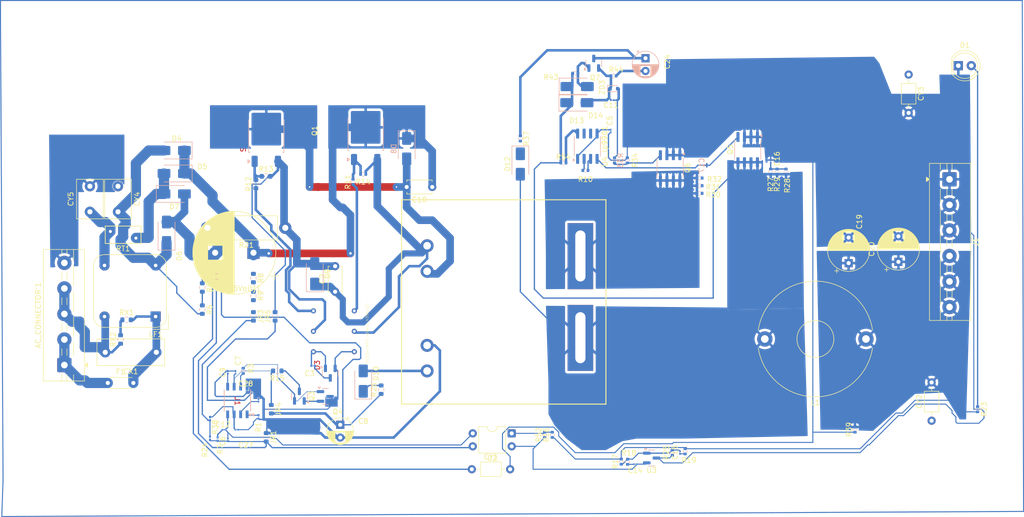
<source format=kicad_pcb>
(kicad_pcb (version 20241229) (generator "pcbnew") (generator_version "9.0")
  (layers (0 "F.Cu" signal) (2 "B.Cu" signal) (13 "F.Paste" user) (15 "B.Paste" user) (5 "F.SilkS" user "F.Silkscreen") (7 "B.SilkS" user "B.Silkscreen") (1 "F.Mask" user) (3 "B.Mask" user) (25 "Edge.Cuts" user))
  (net 0 "")
  (net 1 "GND1")
  (net 2 "/VDC_Recctifier")
  (net 3 "/S_Q1")
  (net 4 "/hf_trans_primary")
  (net 5 "Net-(C3-Pad1)")
  (net 6 "Net-(Q3-E)")
  (net 7 "Net-(U4_lp9901-Vcc)")
  (net 8 "/V-")
  (net 9 "/Control_Supply/FB")
  (net 10 "/Vcc")
  (net 11 "Net-(C8-Pad1)")
  (net 12 "GND2")
  (net 13 "Net-(U1-SS)")
  (net 14 "/S_Q2")
  (net 15 "Net-(ZD3-A)")
  (net 16 "Net-(D13-A)")
  (net 17 "Net-(C12-Pad2)")
  (net 18 "Net-(C14-Pad1)")
  (net 19 "Net-(U3-Cathode)")
  (net 20 "Net-(U3-REF)")
  (net 21 "Net-(C15-Pad2)")
  (net 22 "Net-(C16-Pad2)")
  (net 23 "Net-(C17-Pad2)")
  (net 24 "/V+")
  (net 25 "Net-(Q7-C)")
  (net 26 "/Control_Supply/BO")
  (net 27 "Net-(U1-CS)")
  (net 28 "/AC FILTER AND PROTECTION/N")
  (net 29 "EARTH")
  (net 30 "/rectifier_LegA")
  (net 31 "GND")
  (net 32 "/AC FILTER AND PROTECTION/l_after_fuse")
  (net 33 "Net-(D1-A)")
  (net 34 "/rectifier_LegB")
  (net 35 "Net-(D10-K)")
  (net 36 "/Control_Power_L")
  (net 37 "Net-(D12-K)")
  (net 38 "/BuckConverter/s1")
  (net 39 "Net-(D14-A)")
  (net 40 "/AC FILTER AND PROTECTION/L")
  (net 41 "Net-(JR3-Pad2)")
  (net 42 "Net-(JR3-Pad1)")
  (net 43 "Net-(Q1-G)")
  (net 44 "Net-(Q2-G)")
  (net 45 "Net-(Q3-B)")
  (net 46 "Net-(Q3-C)")
  (net 47 "Net-(U1-RT)")
  (net 48 "/Control_Supply/drive")
  (net 49 "Net-(R4-Pad1)")
  (net 50 "Net-(R5-Pad1)")
  (net 51 "Net-(R8-Pad1)")
  (net 52 "Net-(U4_lp9901-T)")
  (net 53 "/drive_q1")
  (net 54 "/drive_q2")
  (net 55 "Net-(R16-Pad1)")
  (net 56 "/BuckConverter/s2")
  (net 57 "/BuckConverter/drive_signal_2")
  (net 58 "Net-(U4_lp9901-D)")
  (net 59 "Net-(RX1-Pad2)")
  (net 60 "/BuckConverter/drive_signal")
  (net 63 "/AC FILTER AND PROTECTION/N_after_choke")
  (net 64 "EARTH2")
  (net 65 "EARTH3")
  (footprint "Resistor_THT:R_Axial_DIN0414_L11.9mm_D4.5mm_P15.24mm_Horizontal" (layer "F.Cu") (at 105.49 91.5 180)
    (property "Reference" "R21")
    (property "Value" "1OHM")
  )
  (footprint "LED_THT:LED_D5.0mm" (layer "F.Cu") (at 237.225 59.75)
    (property "Reference" "D1")
    (property "Value" "LED")
  )
  (footprint "Capacitor_THT:C_Disc_D7.5mm_W5.0mm_P5.00mm" (layer "F.Cu") (at 67.25 88.3575 90)
    (property "Reference" "CY5")
    (property "Value" "222M")
  )
  (footprint "Capacitor_THT:C_Disc_D4.7mm_W2.5mm_P5.00mm" (layer "F.Cu") (at 115.25 104 90)
    (property "Reference" "C2")
    (property "Value" "C")
  )
  (footprint "Capacitor_THT:C_Axial_L3.8mm_D2.6mm_P7.50mm_Horizontal" (layer "F.Cu") (at 142 138.75)
    (property "Reference" "CY1")
    (property "Value" "222M")
  )
  (footprint "Capacitor_THT:C_Disc_D7.5mm_W5.0mm_P5.00mm" (layer "F.Cu") (at 72.75 83.3575 -90)
    (property "Reference" "CY4")
    (property "Value" "222M")
  )
  (footprint "Capacitor_THT:CP_Radial_D5.0mm_P2.50mm" (layer "F.Cu") (at 116.25 130.044888 -90)
    (property "Reference" "C8")
    (property "Value" "100U")
  )
  (footprint "Package_DIP:DIP-4_W7.62mm" (layer "F.Cu") (at 149.805 134.275 180)
    (property "Reference" "U2")
    (property "Value" "EL817")
  )
  (footprint "Varistor:RV_Disc_D7mm_W3.4mm_P5mm" (layer "F.Cu") (at 71.25 92.2075)
    (property "Reference" "RT1")
    (property "Value" "NTC5D")
  )
  (footprint "Capacitor_THT:C_Axial_L3.8mm_D2.6mm_P7.50mm_Horizontal" (layer "F.Cu") (at 232 129.25 90)
    (property "Reference" "CY2")
    (property "Value" "103(2kv)")
  )
  (footprint "Capacitor_THT:CP_Radial_D16.0mm_P7.50mm" (layer "F.Cu") (at 99.262755 96.3675 180)
    (property "Reference" "C1(305Volt)1")
    (property "Value" "120uf")
  )
  (footprint "Inductor_THT:L_Toroid_Horizontal_D22.4mm_P19.80mm_Vishay_TJ4" (layer "F.Cu") (at 219.15 113.25 180)
    (property "Reference" "L1")
    (property "Value" "L")
  )
  (footprint "Capacitor_THT:C_Disc_D4.3mm_W1.9mm_P5.00mm" (layer "F.Cu") (at 70.75 121.8575)
    (property "Reference" "F1")
    (property "Value" "T5A250")
  )
  (footprint "ic:HF_Transformer" (layer "F.Cu") (at 148.25 106 -90)
    (property "Reference" "T2" (hide yes))
    (property "Value" "HF_Transformer")
  )
  (footprint "Capacitor_THT:C_Axial_L3.8mm_D2.6mm_P7.50mm_Horizontal" (layer "F.Cu") (at 227.5 61.5 -90)
    (property "Reference" "CY3")
    (property "Value" "103(2kv)")
  )
  (footprint "TerminalBlock:TerminalBlock_MaiXu_MX126-5.0-05P_1x05_P5.00mm" (layer "F.Cu") (at 62.25 118.3575 90)
    (property "Reference" "AC_CONNECTOR'1")
    (property "Value" "Conn_01x05")
  )
  (footprint "TerminalBlock:TerminalBlock_MaiXu_MX126-5.0-06P_1x06_P5.00mm" (layer "F.Cu") (at 235.5 82 -90)
    (property "Reference" "J1")
    (property "Value" "Conn_01x06")
  )
  (footprint "Capacitor_THT:CP_Radial_D8.0mm_P5.00mm" (layer "F.Cu") (at 215.75 98.402651 90)
    (property "Reference" "C19")
    (property "Value" "3300uf")
  )
  (footprint "Capacitor_THT:CP_Radial_D8.0mm_P5.00mm" (layer "F.Cu") (at 225.5 98.152651 90)
    (property "Reference" "C20")
    (property "Value" "3300uf")
  )
  (footprint "Capacitor_THT:C_Disc_D4.7mm_W2.5mm_P5.00mm" (layer "F.Cu") (at 134.25 83.5 180)
    (property "Reference" "C10")
    (property "Value" "C")
  )
  (footprint "Capacitor_THT:C_Rect_L13.0mm_W5.0mm_P10.00mm_FKS3_FKP3_MKS4" (layer "F.Cu") (at 80.25 115.8575 180)
    (property "Reference" "CX1")
    (property "Value" "0.68u")
  )
  (footprint "Inductor_THT:Choke_Schaffner_RN102-04-14.0x14.0mm" (layer "F.Cu") (at 80.1075 108.8575 180)
    (property "Reference" "LF1")
    (property "Value" "Choke_Schaffner_RN102-0.3-02-12M")
  )
  (footprint "Resistor_SMD:R_0603_1608Metric" (layer "B.Cu") (at 89.25 103.175 90)
    (property "Reference" "R5")
    (property "Value" "563")
  )
  (footprint "Capacitor_SMD:C_01005_0402Metric" (layer "B.Cu") (at 169.4625 66.5)
    (property "Reference" "C11")
    (property "Value" "C")
  )
  (footprint "Resistor_SMD:R_0402_1005Metric" (layer "B.Cu") (at 183.75 135.24 -90)
    (property "Reference" "R19")
    (property "Value" "01B(10)")
  )
  (footprint "Resistor_SMD:R_0402_1005Metric" (layer "B.Cu") (at 241 127 -90)
    (property "Reference" "R23")
    (property "Value" "1001")
  )
  (footprint "Resistor_SMD:R_0603_1608Metric" (layer "B.Cu") (at 99.25 101.325 90)
    (property "Reference" "R8")
    (property "Value" "105(1M)")
  )
  (footprint "Diode_SMD:D_SMA" (layer "B.Cu") (at 111.25 100.5 90)
    (property "Reference" "D9")
    (property "Value" "ES1J")
  )
  (footprint "Resistor_SMD:R_0402_1005Metric" (layer "B.Cu") (at 156.25 132.01 -90)
    (property "Reference" "R52")
    (property "Value" "01B(10)")
  )
  (footprint "Resistor_SMD:R_0603_1608Metric" (layer "B.Cu") (at 89.25 107.5 90)
    (property "Reference" "R6")
    (property "Value" "563")
  )
  (footprint "Resistor_SMD:R_0402_1005Metric" (layer "B.Cu") (at 120.74 81 180)
    (property "Reference" "R14")
    (property "Value" "1002")
  )
  (footprint "Resistor_SMD:R_0402_1005Metric" (layer "B.Cu") (at 159.925 78.775 180)
    (property "Reference" "R54")
    (property "Value" "100")
  )
  (footprint "Resistor_SMD:R_0402_1005Metric" (layer "B.Cu") (at 169.74 61.75)
    (property "Reference" "R44")
    (property "Value" "3001")
  )
  (footprint "ic:BSC022N03S" (layer "B.Cu") (at 196 76.18 90)
    (property "Reference" "Q5")
    (property "Value" "~")
  )
  (footprint "Resistor_SMD:R_0201_0603Metric" (layer "B.Cu") (at 90.75 132.68 90)
    (property "Reference" "R24")
    (property "Value" "123(12k)")
  )
  (footprint "Capacitor_SMD:C_01005_0402Metric" (layer "B.Cu") (at 94.25 119.775 -90)
    (property "Reference" "C9")
    (property "Value" "C")
  )
  (footprint "Resistor_SMD:R_0402_1005Metric" (layer "B.Cu") (at 172.5 137.28 90)
    (property "Reference" "R18")
    (property "Value" "432(4.3k)")
  )
  (footprint "NCP1252_footprints:SOIC8_ONS" (layer "B.Cu") (at 96.115 125.2949 90)
    (property "Reference" "U1")
    (property "Value" "NCP1252ADR2G(SC3152)")
  )
  (footprint "ic:EA1_az431" (layer "B.Cu") (at 177.1875 136.55)
    (property "Reference" "U3")
    (property "Value" "AZ431AN-ATRE1")
  )
  (footprint "Diode_SMD:D_SMA" (layer "B.Cu") (at 83.75 76.3575 180)
    (property "Reference" "D4")
    (property "Value" "S2MA")
  )
  (footprint "Capacitor_SMD:C_01005_0402Metric" (layer "B.Cu") (at 182.75 135.475 -90)
    (property "Reference" "C15")
    (property "Value" "C")
  )
  (footprint "Resistor_SMD:R_0402_1005Metric" (layer "B.Cu") (at 181.25 135.49 -90)
    (property "Reference" "R25")
    (property "Value" "302(3k)")
  )
  (footprint "Resistor_SMD:R_0402_1005Metric" (layer "B.Cu") (at 201.75 80.49 90)
    (property "Reference" "R29")
    (property "Value" "100")
  )
  (footprint "Resistor_SMD:R_0603_1608Metric" (layer "B.Cu") (at 101.715 81.415 180)
    (property "Reference" "R13")
    (property "Value" "1002")
  )
  (footprint "Resistor_SMD:R_0402_1005Metric" (layer "B.Cu") (at 162.26 61.25 180)
    (property "Reference" "R43")
    (property "Value" "3001")
  )
  (footprint "Capacitor_SMD:C_01005_0402Metric" (layer "B.Cu") (at 95.75 119.775 -90)
    (property "Reference" "C7")
    (property "Value" "C")
  )
  (footprint "ic:BSC022N03S" (layer "B.Cu") (at 180.82 79.75 90)
    (property "Reference" "Q6")
    (property "Value" "~")
  )
  (footprint "Capacitor_SMD:C_01005_0402Metric" (layer "B.Cu") (at 200.5 78.475 -90)
    (property "Reference" "C16")
    (property "Value" "C")
  )
  (footprint "Capacitor_SMD:C_01005_0402Metric" (layer "B.Cu") (at 96 131)
    (property "Reference" "C27")
    (property "Value" "C")
  )
  (footprint "Resistor_SMD:R_0603_1608Metric" (layer "B.Cu") (at 102.75 127 90)
    (property "Reference" "JR4")
    (property "Value" "0")
  )
  (footprint "Diode_SMD:D_SMA" (layer "B.Cu") (at 129.25 76 -90)
    (property "Reference" "D8")
    (property "Value" "ES1J")
  )
  (footprint "Resistor_SMD:R_0603_1608Metric" (layer "B.Cu") (at 92.075 101)
    (property "Reference" "R4")
    (property "Value" "563(56k)")
  )
  (footprint "Capacitor_SMD:C_01005_0402Metric" (layer "B.Cu") (at 94.25 133 -90)
    (property "Reference" "C6")
    (property "Value" "C")
  )
  (footprint "Resistor_SMD:R_0402_1005Metric" (layer "B.Cu") (at 200.5 80.49 90)
    (property "Reference" "R27")
    (property "Value" "100")
  )
  (footprint "Package_TO_SOT_SMD:TO-252-2" (layer "B.Cu") (at 121.225 73.085 90)
    (property "Reference" "Q1")
    (property "Value" "SLD840F")
  )
  (footprint "Capacitor_SMD:C_01005_0402Metric" (layer "B.Cu") (at 100.25 125.25 -90)
    (property "Reference" "C28")
    (property "Value" "C")
  )
  (footprint "Resistor_SMD:R_0402_1005Metric" (layer "B.Cu") (at 186.57 81.75)
    (property "Reference" "R32")
    (property "Value" "100")
  )
  (footprint "Diode_SMD:D_SMA" (layer "B.Cu") (at 82.25 92.3575 90)
    (property "Reference" "D6")
    (property "Value" "S2MA")
  )
  (footprint "Resistor_SMD:R_0603_1608Metric" (layer "B.Cu") (at 101.75 132.5 90)
    (property "Reference" "JR1")
    (property "Value" "0")
  )
  (footprint "Package_TO_SOT_SMD:TO-252-2" (layer "B.Cu") (at 101.775 73.435 90)
    (property "Reference" "Q2")
    (property "Value" "SLD840F")
  )
  (footprint "Resistor_SMD:R_0402_1005Metric" (layer "B.Cu") (at 157.75 132.01 -90)
    (property "Reference" "R16")
    (property "Value" "321(320)")
  )
  (footprint "Resistor_SMD:R_0603_1608Metric" (layer "B.Cu") (at 74.425 109.5 180)
    (property "Reference" "RX1")
    (property "Value" "105(1Meg)")
  )
  (footprint "Resistor_SMD:R_0402_1005Metric" (layer "B.Cu") (at 186.57 83.25)
    (property "Reference" "R31")
    (property "Value" "100")
  )
  (footprint "Diode_SMD:D_SMA" (layer "B.Cu") (at 120.75 121.5 90)
    (property "Reference" "D10")
    (property "Value" "ES1J")
  )
  (footprint "Capacitor_SMD:C_0201_0603Metric" (layer "B.Cu") (at 110.93 118.5)
    (property "Reference" "C3")
    (property "Value" "C")
  )
  (footprint "Resistor_SMD:R_0402_1005Metric" (layer "B.Cu") (at 151.5 74 90)
    (property "Reference" "R37")
    (property "Value" "4R70")
  )
  (footprint "Resistor_SMD:R_0201_0603Metric" (layer "B.Cu") (at 92.25 132.845 -90)
    (property "Reference" "R7")
    (property "Value" "123")
  )
  (footprint "ic:lp9901" (layer "B.Cu") (at 164.615 75.525 90)
    (property "Reference" "U4_lp9901")
    (property "Value" "~")
  )
  (footprint "Resistor_SMD:R_0603_1608Metric" (layer "B.Cu") (at 124.25 123.175 -90)
    (property "Reference" "R26")
    (property "Value" "4R70")
  )
  (footprint "Transformer_SMD:Pulse_PA2004NL" (layer "B.Cu") (at 115 112.75)
    (property "Reference" "T2(32turnsPri_43sec1_43Sec2)1")
    (property "Value" "PA2009NL(32turnsPri_43sec1_43Sec2)")
  )
  (footprint "Resistor_SMD:R_0603_1608Metric" (layer "B.Cu") (at 99.25 108.825 90)
    (property "Reference" "JR3")
    (property "Value" "0")
  )
  (footprint "Resistor_SMD:R_0402_1005Metric" (layer "B.Cu") (at 186.57 84.75)
    (property "Reference" "R30")
    (property "Value" "100")
  )
  (footprint "Resistor_SMD:R_0603_1608Metric" (layer "B.Cu") (at 103.925 119.5)
    (property "Reference" "R15")
    (property "Value" "4R70")
  )
  (footprint "Resistor_SMD:R_0402_1005Metric" (layer "B.Cu") (at 97.25 119.49 -90)
    (property "Reference" "R3")
    (property "Value" "101")
  )
  (footprint "Resistor_SMD:R_0201_0603Metric" (layer "B.Cu") (at 90.75 128.845 -90)
    (property "Reference" "R38")
    (property "Value" "104(100k)")
  )
  (footprint "Capacitor_SMD:C_01005_0402Metric" (layer "B.Cu") (at 169.185 72.55 90)
    (property "Reference" "C5")
    (property "Value" "C")
  )
  (footprint "Resistor_SMD:R_0201_0603Metric" (layer "B.Cu") (at 100.25 128.5 -90)
    (property "Reference" "R1")
    (property "Value" "473")
  )
  (footprint "Resistor_SMD:R_0402_1005Metric" (layer "B.Cu") (at 164.24 80.25)
    (property "Reference" "R10")
    (property "Value" "30C")
  )
  (footprint "Resistor_SMD:R_0603_1608Metric" (layer "B.Cu") (at 103.5 108.825 -90)
    (property "Reference" "JR5")
    (property "Value" "3601")
  )
  (footprint "Diode_SMD:D_SMA" (layer "B.Cu") (at 162.5625 67)
    (property "Reference" "D13")
    (property "Value" "T4")
  )
  (footprint "Resistor_SMD:R_0402_1005Metric" (layer "B.Cu") (at 169.935 78.285 90)
    (property "Reference" "R33")
    (property "Value" "4R70")
  )
  (footprint "Capacitor_THT:CP_Radial_D5.0mm_P2.50mm" (layer "B.Cu") (at 176 58.294888 -90)
    (property "Reference" "C24")
    (property "Value" "47uf")
  )
  (footprint "Package_TO_SOT_SMD:SOT-23" (layer "B.Cu") (at 114.3 119.9375 -90)
    (property "Reference" "D3")
    (property "Value" "(KL3)BAT54C")
  )
  (footprint "Capacitor_SMD:C_01005_0402Metric" (layer "B.Cu") (at 93.5 131 180)
    (property "Reference" "C12")
    (property "Value" "C")
  )
  (footprint "Diode_SMD:D_SOD-523" (layer "B.Cu") (at 169.8125 64.25)
    (property "Reference" "ZD3")
    (property "Value" "W4")
  )
  (footprint "Diode_SMD:D_SMA" (layer "B.Cu") (at 151.5 79 -90)
    (property "Reference" "D12")
    (property "Value" "ES1J")
  )
  (footprint "Capacitor_SMD:C_01005_0402Metric" (layer "B.Cu") (at 173.975 137.75)
    (property "Reference" "C14")
    (property "Value" "C")
  )
  (footprint "Resistor_SMD:R_0603_1608Metric" (layer "B.Cu") (at 73.25 113.3475 -90)
    (property "Reference" "RX2")
    (property "Value" "105")
  )
  (footprint "Resistor_SMD:R_0402_1005Metric" (layer "B.Cu") (at 171.25 137.26 -90)
    (property "Reference" "R17")
    (property "Value" "302(3k)")
  )
  (footprint "Resistor_SMD:R_0603_1608Metric" (layer "B.Cu") (at 99.725 82.925 -90)
    (property "Reference" "R12")
    (property "Value" "510")
  )
  (footprint "Package_TO_SOT_SMD:SOT-23" (layer "B.Cu") (at 113.3125 124.5)
    (property "Reference" "Q4")
    (property "Value" "2T")
  )
  (footprint "Diode_SMD:D_SMA" (layer "B.Cu") (at 83.75 84.8575)
    (property "Reference" "D7")
    (property "Value" "S2MA")
  )
  (footprint "Capacitor_SMD:C_01005_0402Metric" (layer "B.Cu") (at 188 79.25 -90)
    (property "Reference" "C17")
    (property "Value" "C")
  )
  (footprint "Resistor_SMD:R_0603_1608Metric" (layer "B.Cu") (at 99.25 104.825 90)
    (property "Reference" "R9")
    (property "Value" "105(1M)")
  )
  (footprint "Diode_SMD:D_SMA" (layer "B.Cu") (at 83.75 80.8575 180)
    (property "Reference" "D5")
    (property "Value" "S2MA")
  )
  (footprint "Resistor_SMD:R_0402_1005Metric" (layer "B.Cu") (at 217 130.99 -90)
    (property "Reference" "R39")
    (property "Value" "121")
  )
  (footprint "Package_TO_SOT_SMD:SOT-23" (layer "B.Cu") (at 165.865 59.2825 90)
    (property "Reference" "Q7")
    (property "Value" "2X")
  )
  (footprint "Resistor_SMD:R_0402_1005Metric" (layer "B.Cu") (at 118.75 82.51 90)
    (property "Reference" "R11")
    (property "Value" "510")
  )
  (footprint "Diode_SMD:D_SMA" (layer "B.Cu") (at 162.615 63.845)
    (property "Reference" "D14")
    (property "Value" "T4")
  )
  (footprint "Resistor_SMD:R_0402_1005Metric" (layer "B.Cu") (at 172.435 78.285 -90)
    (property "Reference" "R34")
    (property "Value" "01C")
  )
  (footprint "Package_TO_SOT_SMD:SOT-23" (layer "B.Cu") (at 108.25 124.4375 90)
    (property "Reference" "Q3")
    (property "Value" "2X")
  )
  (footprint "Resistor_SMD:R_0402_1005Metric" (layer "B.Cu") (at 203.5 80.49 90)
    (property "Reference" "R28")
    (property "Value" "100")
  )
  (gr_line (start 49.75 47) (end 49.75 51.5) (stroke (width 0.2)) (layer "B.Cu"))
  (gr_line (start 250 147) (end 249.75 47) (stroke (width 0.2)) (layer "B.Cu"))
  (gr_line (start 249.75 47) (end 49.75 47) (stroke (width 0.2)) (layer "B.Cu"))
  (gr_line (start 49.75 51.5) (end 50.25 140.75) (stroke (width 0.2)) (layer "B.Cu"))
  (gr_line (start 50.25 140.75) (end 50 148) (stroke (width 0.2)) (layer "B.Cu"))
  (gr_line (start 50 148) (end 250 147) (stroke (width 0.2)) (layer "B.Cu"))
  (segment (start 142 138.75) (end 94.5 138.75) (width 0.25) (layer "B.Cu") (net 1))
  (segment (start 85.75 84.8575) (end 85.75 88.3575) (width 1.5) (layer "B.Cu") (net 1))
  (segment (start 94.5 133.25) (end 94.575 133.325) (width 0.2) (layer "B.Cu") (net 1))
  (segment (start 87.25 96.8575) (end 91.762755 96.8575) (width 2) (layer "B.Cu") (net 1))
  (segment (start 92.25 93.5975) (end 92.25 96.370255) (width 2) (layer "B.Cu") (net 1))
  (segment (start 94.575 133.325) (end 101.75 133.325) (width 0.2) (layer "B.Cu") (net 1))
  (segment (start 82.25 90.3575) (end 83.75 90.3575) (width 2) (layer "B.Cu") (net 1))
  (segment (start 83.75 90.3575) (end 86.75 93.3575) (width 2) (layer "B.Cu") (net 1))
  (segment (start 92 102.75) (end 92 96.604745) (width 0.25) (layer "B.Cu") (net 1))
  (segment (start 92.335 133.25) (end 92.25 133.165) (width 0.2) (layer "B.Cu") (net 1))
  (segment (start 86.75 93.3575) (end 86.75 96.3575) (width 2) (layer "B.Cu") (net 1))
  (segment (start 94.25 133.25) (end 94.5 133.25) (width 0.2) (layer "B.Cu") (net 1))
  (segment (start 90.01 91.3575) (end 92.25 93.5975) (width 2) (layer "B.Cu") (net 1))
  (segment (start 88.5 117.5) (end 92 114) (width 0.25) (layer "B.Cu") (net 1))
  (segment (start 92 114) (end 92 102.75) (width 0.25) (layer "B.Cu") (net 1))
  (segment (start 91.25 103.5) (end 92 102.75) (width 0.25) (layer "B.Cu") (net 1))
  (segment (start 85.75 88.3575) (end 83.75 90.3575) (width 1.5) (layer "B.Cu") (net 1))
  (segment (start 101.75 134.25) (end 101.5 134.5) (width 0.25) (layer "B.Cu") (net 1))
  (segment (start 91.25 134.5) (end 88.5 131.75) (width 0.25) (layer "B.Cu") (net 1))
  (segment (start 101.5 134.5) (end 91.25 134.5) (width 0.25) (layer "B.Cu") (net 1))
  (segment (start 90.915 133.165) (end 92.25 133.165) (width 0.2) (layer "B.Cu") (net 1))
  (segment (start 88.5 131.75) (end 88.5 117.5) (width 0.25) (layer "B.Cu") (net 1))
  (segment (start 101.75 133.325) (end 101.75 134.25) (width 0.25) (layer "B.Cu") (net 1))
  (segment (start 102.94 134.515) (end 101.75 133.325) (width 0.25) (layer "B.Cu") (net 1))
  (segment (start 91.25 113.25) (end 91.25 103.5) (width 0.25) (layer "B.Cu") (net 1))
  (segment (start 94.25 133.25) (end 92.335 133.25) (width 0.2) (layer "B.Cu") (net 1))
  (segment (start 92.25 96.370255) (end 91.762755 96.8575) (width 2) (layer "B.Cu") (net 1))
  (segment (start 94.5 138.75) (end 87.5 131.75) (width 0.25) (layer "B.Cu") (net 1))
  (segment (start 87.5 131.75) (end 87.5 117) (width 0.25) (layer "B.Cu") (net 1))
  (segment (start 87.5 117) (end 91.25 113.25) (width 0.25) (layer "B.Cu") (net 1))
  (segment (start 141.935 134.515) (end 102.94 134.515) (width 0.25) (layer "B.Cu") (net 1))
  (segment (start 86.75 96.3575) (end 87.25 96.8575) (width 2) (layer "B.Cu") (net 1))
  (segment (start 90.75 133) (end 90.915 133.165) (width 0.2) (layer "B.Cu") (net 1))
  (segment (start 92 96.604745) (end 91.762755 96.3675) (width 0.25) (layer "B.Cu") (net 1))
  (segment (start 114.75 96.5) (end 118.25 96.5) (width 1.5) (layer "F.Cu") (net 2))
  (segment (start 102.25 96.5) (end 114.75 96.5) (width 1.5) (layer "F.Cu") (net 2))
  (via (at 102.25 96.5) (size 1) (drill 0.5) (layers "F.Cu" "B.Cu") (net 2))
  (via (at 118.25 96.5) (size 1) (drill 0.5) (layers "F.Cu" "B.Cu") (net 2))
  (segment (start 91.25 85.1075) (end 91.25 86.3575) (width 2) (layer "B.Cu") (net 2))
  (segment (start 114.75 86) (end 114.75 74) (width 1.5) (layer "B.Cu") (net 2))
  (segment (start 134.25 76.5) (end 132.25 74.5) (width 1.5) (layer "B.Cu") (net 2))
  (segment (start 116.75 87.5) (end 116.25 87.5) (width 1.5) (layer "B.Cu") (net 2))
  (segment (start 132.25 74.5) (end 131.75 74.5) (width 1.5) (layer "B.Cu") (net 2))
  (segment (start 116.925 71.825) (end 121.225 71.825) (width 1.5) (layer "B.Cu") (net 2))
  (segment (start 118.25 89) (end 116.75 87.5) (width 1.5) (layer "B.Cu") (net 2))
  (segment (start 99.262755 94.370255) (end 99.262755 96.8575) (width 2) (layer "B.Cu") (net 2))
  (segment (start 131.25 74) (end 129.25 74) (width 1.5) (layer "B.Cu") (net 2))
  (segment (start 134.25 83.5) (end 134.25 76.5) (width 1.5) (layer "B.Cu") (net 2))
  (segment (start 87 80.8575) (end 91.25 85.1075) (width 2) (layer "B.Cu") (net 2))
  (segment (start 114.75 74) (end 116.925 71.825) (width 1.5) (layer "B.Cu") (net 2))
  (segment (start 85.75 76.3575) (end 85.75 80.8575) (width 2) (layer "B.Cu") (net 2))
  (segment (start 118.25 96.5) (end 118.25 89) (width 1.5) (layer "B.Cu") (net 2))
  (segment (start 102.1175 96.3675) (end 102.25 96.5) (width 1.5) (layer "B.Cu") (net 2))
  (segment (start 99.262755 96.3675) (end 102.1175 96.3675) (width 1.5) (layer "B.Cu") (net 2))
  (segment (start 91.25 86.3575) (end 99.262755 94.370255) (width 2) (layer "B.Cu") (net 2))
  (segment (start 131.75 74.5) (end 131.25 74) (width 1.5) (layer "B.Cu") (net 2))
  (segment (start 116.25 87.5) (end 114.75 86) (width 1.5) (layer "B.Cu") (net 2))
  (segment (start 85.75 80.8575) (end 87 80.8575) (width 2) (layer "B.Cu") (net 2))
  (segment (start 123.505 78.125) (end 123.505 87.255) (width 1.5) (layer "B.Cu") (net 3))
  (segment (start 129.75 99) (end 131.75 99) (width 0.5) (layer "B.Cu") (net 3))
  (segment (start 127.75 101) (end 129.75 99) (width 0.5) (layer "B.Cu") (net 3))
  (segment (start 120.75 110) (end 125.75 105) (width 1.2) (layer "B.Cu") (net 3))
  (segment (start 131.75 95.5) (end 133.25 95.5) (width 1.5) (layer "B.Cu") (net 3))
  (segment (start 128.75 96.5) (end 132.25 96.5) (width 1.2) (layer "B.Cu") (net 3))
  (segment (start 114.25 103) (end 111.75 103) (width 1.5) (layer "B.Cu") (net 3))
  (segment (start 116.75 105.5) (end 116.75 109) (width 1.2) (layer "B.Cu") (net 3))
  (segment (start 121.25 81) (end 121.25 80.38) (width 0.5) (layer "B.Cu") (net 3))
  (segment (start 127.75 107) (end 127.75 105.5) (width 0.5) (layer "B.Cu") (net 3))
  (segment (start 131.75 99) (end 133.25 97.5) (width 0.5) (layer "B.Cu") (net 3))
  (segment (start 123.505 87.255) (end 131.75 95.5) (width 1.5) (layer "B.Cu") (net 3))
  (segment (start 125.75 105) (end 125.75 99.5) (width 1.2) (layer "B.Cu") (net 3))
  (segment (start 115.25 104) (end 116.75 105.5) (width 1.2) (layer "B.Cu") (net 3))
  (segment (start 125.75 99.5) (end 128.75 96.5) (width 1.2) (layer "B.Cu") (net 3))
  (segment (start 133.25 97.5) (end 133.25 95.5) (width 0.5) (layer "B.Cu") (net 3))
  (segment (start 132.25 96.5) (end 133.25 95.5) (width 1.2) (layer "B.Cu") (net 3))
  (segment (start 127.75 105.5) (end 127.75 101) (width 0.5) (layer "B.Cu") (net 3))
  (segment (start 122.75 112) (end 127.75 107) (width 0.5) (layer "B.Cu") (net 3))
  (segment (start 121.25 80.38) (end 123.505 78.125) (width 0.5) (layer "B.Cu") (net 3))
  (segment (start 116.75 109) (end 117.75 110) (width 1.2) (layer "B.Cu") (net 3))
  (segment (start 111.75 103) (end 111.25 102.5) (width 1.5) (layer "B.Cu") (net 3))
  (segment (start 115.25 104) (end 114.25 103) (width 1.5) (layer "B.Cu") (net 3))
  (segment (start 117.75 110) (end 120.75 110) (width 1.2) (layer "B.Cu") (net 3))
  (segment (start 119.25 112) (end 122.75 112) (width 0.5) (layer "B.Cu") (net 3))
  (segment (start 127.25 83.5) (end 111.75 83.5) (width 1.5) (layer "F.Cu") (net 4))
  (segment (start 112 83.5) (end 110.25 83.5) (width 1.5) (layer "F.Cu") (net 4))
  (segment (start 111.75 83.5) (end 112 83.5) (width 1.5) (layer "F.Cu") (net 4))
  (via (at 127.25 83.5) (size 0.6) (drill 0.3) (layers "F.Cu" "B.Cu") (net 4))
  (via (at 110.25 83.5) (size 0.6) (drill 0.3) (layers "F.Cu" "B.Cu") (net 4))
  (segment (start 106.425 72.175) (end 101.775 72.175) (width 1.5) (layer "B.Cu") (net 4))
  (segment (start 129.25 83.5) (end 129.25 79.5) (width 1.5) (layer "B.Cu") (net 4))
  (segment (start 137.75 93.5) (end 134.25 90) (width 1.5) (layer "B.Cu") (net 4))
  (segment (start 134.25 90) (end 131.75 90) (width 1.5) (layer "B.Cu") (net 4))
  (segment (start 110.25 83.5) (end 110.25 76) (width 1.5) (layer "B.Cu") (net 4))
  (segment (start 129.25 83.5) (end 127.25 83.5) (width 1.5) (layer "B.Cu") (net 4))
  (segment (start 110.25 76) (end 106.425 72.175) (width 1.5) (layer "B.Cu") (net 4))
  (segment (start 133.25 100.5) (end 135.25 100.5) (width 1.5) (layer "B.Cu") (net 4))
  (segment (start 135.25 100.5) (end 137.75 98) (width 1.5) (layer "B.Cu") (net 4))
  (segment (start 129.25 86) (end 129.25 83.5) (width 1.5) (layer "B.Cu") (net 4))
  (segment (start 131.75 90) (end 129.25 87.5) (width 1.5) (layer "B.Cu") (net 4))
  (segment (start 137.75 98) (end 137.75 93.5) (width 1.5) (layer "B.Cu") (net 4))
  (segment (start 129.25 87.5) (end 129.25 86) (width 1.5) (layer "B.Cu") (net 4))
  (segment (start 112.5 115.75) (end 111 115.75) (width 0.25) (layer "B.Cu") (net 5))
  (segment (start 113.35 116.6) (end 112.5 115.75) (width 0.25) (layer "B.Cu") (net 5))
  (segment (start 111 115.75) (end 110.61 116.14) (width 0.25) (layer "B.Cu") (net 5))
  (segment (start 113.35 119) (end 113.35 116.6) (width 0.25) (layer "B.Cu") (net 5))
  (segment (start 110.61 116.14) (end 110.61 118.5) (width 0.25) (layer "B.Cu") (net 5))
  (segment (start 111.25 119) (end 113.125 120.875) (width 0.25) (layer "B.Cu") (net 6))
  (segment (start 113.125 120.875) (end 114.3 120.875) (width 0.25) (layer "B.Cu") (net 6))
  (segment (start 111.25 118.5) (end 111.25 119) (width 0.25) (layer "B.Cu") (net 6))
  (segment (start 109.275 125.45) (end 109.2 125.375) (width 0.25) (layer "B.Cu") (net 6))
  (segment (start 112.375 125.45) (end 109.275 125.45) (width 0.25) (layer "B.Cu") (net 6))
  (segment (start 162.71 77.445451) (end 166.52 73.635451) (width 0.25) (layer "B.Cu") (net 7))
  (segment (start 167.27 72.3) (end 169.185 72.3) (width 0.25) (layer "B.Cu") (net 7))
  (segment (start 166.52 73.05) (end 167.27 72.3) (width 0.25) (layer "B.Cu") (net 7))
  (segment (start 166.52 73.635451) (end 166.52 73.05) (width 0.25) (layer "B.Cu") (net 7))
  (segment (start 162.71 78) (end 162.71 77.445451) (width 0.25) (layer "B.Cu") (net 7))
  (segment (start 234.75 126) (end 236 127.25) (width 0.2) (layer "B.Cu") (net 8))
  (segment (start 158 130.5) (end 149.285262 130.5) (width 0.2) (layer "B.Cu") (net 8))
  (segment (start 219.5 134) (end 219.75 134) (width 0.2) (layer "B.Cu") (net 8))
  (segment (start 176 60.794888) (end 171.205112 60.794888) (width 0.5) (layer "B.Cu") (net 8))
  (segment (start 228.75 126) (end 234.75 126) (width 0.2) (layer "B.Cu") (net 8))
  (segment (start 225.5 128.25) (end 226.5 128.25) (width 0.2) (layer "B.Cu") (net 8))
  (segment (start 181.25 136) (end 181.471 136.221) (width 0.2) (layer "B.Cu") (net 8))
  (segment (start 178.55 136.55) (end 179.5 137.5) (width 0.2) (layer "B.Cu") (net 8))
  (segment (start 162.25 135.5) (end 159 132.25) (width 0.2) (layer "B.Cu") (net 8))
  (segment (start 172.435 77.775) (end 172.435 75.815) (width 0.2) (layer "B.Cu") (net 8))
  (segment (start 217 131.5) (end 208.75 131.5) (width 0.2) (layer "B.Cu") (net 8))
  (segment (start 159 132.25) (end 159 131.5) (width 0.2) (layer "B.Cu") (net 8))
  (segment (start 164.75 80.25) (end 164.75 78.5) (width 0.25) (layer "B.Cu") (net 8))
  (segment (start 237.225 59.75) (end 237.225 62.725) (width 0.5) (layer "B.Cu") (net 8))
  (segment (start 237 129.75) (end 241.25 129.75) (width 0.2) (layer "B.Cu") (net 8))
  (segment (start 171.979 78.271) (end 172.435 77.815) (width 0.25) (layer "B.Cu") (net 8))
  (segment (start 218 135.5) (end 219.5 134) (width 0.2) (layer "B.Cu") (net 8))
  (segment (start 240.25 93) (end 237 89.75) (width 0.2) (layer "B.Cu") (net 8))
  (segment (start 181.25 133.75) (end 171.75 133.75) (width 0.2) (layer "B.Cu") (net 8))
  (segment (start 179.5 137.5) (end 183.25 137.5) (width 0.2) (layer "B.Cu") (net 8))
  (segment (start 242.25 128.75) (end 242.25 127.5) (width 0.2) (layer "B.Cu") (net 8))
  (segment (start 208.75 133.5) (end 181.5 133.5) (width 0.2) (layer "B.Cu") (net 8))
  (segment (start 226.5 128.25) (end 228.75 126) (width 0.2) (layer "B.Cu") (net 8))
  (segment (start 171.75 133.75) (end 170 135.5) (width 0.2) (layer "B.Cu") (net 8))
  (segment (start 236.75 128.5) (end 236.75 129.5) (width 0.2) (layer "B.Cu") (net 8))
  (segment (start 240.25 127) (end 240.25 93) (width 0.2) (layer "B.Cu") (net 8))
  (segment (start 185.25 135.5) (end 218 135.5) (width 0.2) (layer "B.Cu") (net 8))
  (segment (start 168.75 77.75) (end 169.271 78.271) (width 0.25) (layer "B.Cu") (net 8))
  (segment (start 180.7 136.55) (end 181.25 136) (width 0.2) (layer "B.Cu") (net 8))
  (segment (start 148 131.785262) (end 148 134.75) (width 0.2) (layer "B.Cu") (net 8))
  (segment (start 236 127.25) (end 236 127.75) (width 0.2) (layer "B.Cu") (net 8))
  (segment (start 241.75 127) (end 240.25 127) (width 0.2) (layer "B.Cu") (net 8))
  (segment (start 159 131.5) (end 158 130.5) (width 0.2) (layer "B.Cu") (net 8))
  (segment (start 237.225 62.725) (end 237.25 62.75) (width 0.5) (layer "B.Cu") (net 8))
  (segment (start 197.905 73.705) (end 200.955 73.705) (width 0.25) (layer "B.Cu") (net 8))
  (segment (start 170 135.5) (end 162.25 135.5) (width 0.2) (layer "B.Cu") (net 8))
  (segment (start 148 134.75) (end 149.5 136.25) (width 0.2) (layer "B.Cu") (net 8))
  (segment (start 172.435 75.815) (end 172.75 75.5) (width 0.2) (layer "B.Cu") (net 8))
  (segment (start 164.75 78.5) (end 165.25 78) (width 0.25) (layer "B.Cu") (net 8))
  (segment (start 183.25 137.5) (end 185.25 135.5) (width 0.2) (layer "B.Cu") (net 8))
  (segment (start 149.285262 130.5) (end 148 131.785262) (width 0.2) (layer "B.Cu") (net 8))
  (segment (start 178.125 136.55) (end 180.7 136.55) (width 0.2) (layer "B.Cu") (net 8))
  (segment (start 178.125 136.55) (end 178.55 136.55) (width 0.2) (layer "B.Cu") (net 8))
  (segment (start 169.185 72.8) (end 168.75 73.235) (width 0.25) (layer "B.Cu") (net 8))
  (segment (start 181.5 133.5) (end 181.25 133.75) (width 0.2) (layer "B.Cu") (net 8))
  (segment (start 208.75 131.5) (end 208.75 77.75) (width 0.2) (layer "B.Cu") (net 8))
  (segment (start 169.271 78.271) (end 171.979 78.271) (width 0.25) (layer "B.Cu") (net 8))
  (segment (start 208.75 131.5) (end 208.75 133.5) (width 0.2) (layer "B.Cu") (net 8))
  (segment (start 172.435 77.815) (end 172.435 77.775) (width 0.25) (layer "B.Cu") (net 8))
  (segment (start 236 127.75) (end 236.75 128.5) (width 0.2) (layer "B.Cu") (net 8))
  (segment (start 171.205112 60.794888) (end 170.25 61.75) (width 0.5) (layer "B.Cu") (net 8))
  (segment (start 242.25 127.5) (end 241.75 127) (width 0.2) (layer "B.Cu") (net 8))
  (segment (start 236.75 129.5) (end 237 129.75) (width 0.2) (layer "B.Cu") (net 8))
  (segment (start 149.5 136.25) (end 149.5 138.75) (width 0.2) (layer "B.Cu") (net 8))
  (segment (start 241.25 129.75) (end 242.25 128.75) (width 0.2) (layer "B.Cu") (net 8))
  (segment (start 200.955 73.705) (end 201 73.75) (width 0.25) (layer "B.Cu") (net 8))
  (segment (start 168.75 73.235) (end 168.75 77.75) (width 0.25) (layer "B.Cu") (net 8))
  (segment (start 219.75 134) (end 225.5 128.25) (width 0.2) (layer "B.Cu") (net 8))
  (segment (start 141.935 131.975) (end 139.91 134) (width 0.2) (layer "B.Cu") (net 9))
  (segment (start 95.25 132.5) (end 93.75 131) (width 0.2) (layer "B.Cu") (net 9))
  (segment (start 94.25 132.75) (end 94.25 131.5) (width 0.2) (layer "B.Cu") (net 9))
  (segment (start 102.75 132.5) (end 95.25 132.5) (width 0.2) (layer "B.Cu") (net 9))
  (segment (start 94.21 128) (end 94.21 130.566) (width 0.25) (layer "B.Cu") (net 9))
  (segment (start 94.21 130.566) (end 93.776 131) (width 0.25) (layer "B.Cu") (net 9))
  (segment (start 105 134) (end 103.75 132.75) (width 0.2) (layer "B.Cu") (net 9))
  (segment (start 139.91 134) (end 105 134) (width 0.2) (layer "B.Cu") (net 9))
  (segment (start 103 132.75) (end 102.75 132.5) (width 0.2) (layer "B.Cu") (net 9))
  (segment (start 103.75 132.75) (end 103 132.75) (width 0.2) (layer "B.Cu") (net 9))
  (segment (start 94.25 131.5) (end 93.75 131) (width 0.2) (layer "B.Cu") (net 9))
  (segment (start 95.48 121.041792) (end 97.021792 119.5) (width 0.1) (layer "B.Cu") (net 10))
  (segment (start 97.021792 119.5) (end 103.1 119.5) (width 0.1) (layer "B.Cu") (net 10))
  (segment (start 95.48 120.295) (end 95.75 120.025) (width 0.2) (layer "B.Cu") (net 10))
  (segment (start 95.48 122.5898) (end 95.48 120.295) (width 0.2) (layer "B.Cu") (net 10))
  (segment (start 102.75 126.175) (end 102.75 119.85) (width 0.25) (layer "B.Cu") (net 10))
  (segment (start 102.75 119.85) (end 103.1 119.5) (width 0.25) (layer "B.Cu") (net 10))
  (segment (start 95.48 122.5898) (end 95.48 121.041792) (width 0.1) (layer "B.Cu") (net 10))
  (segment (start 105.25 109) (end 110.25 114) (width 0.25) (layer "B.Cu") (net 11))
  (segment (start 115.544888 130.044888) (end 113.325 127.825) (width 0.5) (layer "B.Cu") (net 11))
  (segment (start 120 117.25) (end 118.75 117.25) (width 0.25) (layer "B.Cu") (net 11))
  (segment (start 116.75 129.544888) (end 116.25 130.044888) (width 0.25) (layer "B.Cu") (net 11))
  (segment (start 113.325 127.825) (end 102.75 127.825) (width 0.5) (layer "B.Cu") (net 11))
  (segment (start 119.25 114) (end 120.25 115) (width 0.25) (layer "B.Cu") (net 11))
  (segment (start 120.25 117) (end 120 117.25) (width 0.25) (layer "B.Cu") (net 11))
  (segment (start 118.75 117.25) (end 116.75 119.25) (width 0.25) (layer "B.Cu") (net 11))
  (segment (start 116.25 130.044888) (end 115.544888 130.044888) (width 0.5) (layer "B.Cu") (net 11))
  (segment (start 93.5 109) (end 105.25 109) (width 0.25) (layer "B.Cu") (net 11))
  (segment (start 124.25 124) (end 118.205112 130.044888) (width 0.25) (layer "B.Cu") (net 11))
  (segment (start 120.25 115) (end 120.25 117) (width 0.25) (layer "B.Cu") (net 11))
  (segment (start 92.9 101) (end 93 101.1) (width 0.25) (layer "B.Cu") (net 11))
  (segment (start 93 101.1) (end 93 108.5) (width 0.25) (layer "B.Cu") (net 11))
  (segment (start 110.25 114) (end 119.25 114) (width 0.25) (layer "B.Cu") (net 11))
  (segment (start 116.75 119.25) (end 116.75 129.544888) (width 0.25) (layer "B.Cu") (net 11))
  (segment (start 93 108.5) (end 93.5 109) (width 0.25) (layer "B.Cu") (net 11))
  (segment (start 118.205112 130.044888) (end 116.25 130.044888) (width 0.25) (layer "B.Cu") (net 11))
  (segment (start 112.425 131.675) (end 101.75 131.675) (width 0.5) (layer "B.Cu") (net 12))
  (segment (start 95.75 119.525) (end 94.25 119.525) (width 0.2) (layer "B.Cu") (net 12))
  (segment (start 99.25 130) (end 99.25 129.5) (width 0.2) (layer "B.Cu") (net 12))
  (segment (start 99.93 128.82) (end 100.25 128.82) (width 0.2) (layer "B.Cu") (net 12))
  (segment (start 100.43 129) (end 100.75 129) (width 0.25) (layer "B.Cu") (net 12))
  (segment (start 126.705112 132.544888) (end 135.75 123.5) (width 0.5) (layer "B.Cu") (net 12))
  (segment (start 114.75 126) (end 115.776 124.974) (width 0.25) (layer "B.Cu") (net 12))
  (segment (start 94.25 119.525) (end 93.975 119.525) (width 0.25) (layer "B.Cu") (net 12))
  (segment (start 96.25 131) (end 98.25 131) (width 0.2) (layer "B.Cu") (net 12))
  (segment (start 115.794888 132.544888) (end 112.25 129) (width 0.5) (layer "B.Cu") (net 12))
  (segment (start 98.25 131) (end 99.25 130) (width 0.2) (layer "B.Cu") (net 12))
  (segment (start 115.776 119.526) (end 115.25 119) (width 0.25) (layer "B.Cu") (net 12))
  (segment (start 116.25 132.544888) (end 126.705112 132.544888) (width 0.5) (layer "B.Cu") (net 12))
  (segment (start 92 124.5) (end 96.5 124.5) (width 0.25) (layer "B.Cu") (net 12))
  (segment (start 100.25 128.82) (end 100.43 129) (width 0.25) (layer "B.Cu") (net 12))
  (segment (start 115.25 117) (end 116.5 115.75) (width 0.25) (layer "B.Cu") (net 12))
  (segment (start 101.25 127) (end 101.25 125) (width 0.5) (layer "B.Cu") (net 12))
  (segment (start 114.75 125) (end 114.25 124.5) (width 0.2) (layer "B.Cu") (net 12))
  (segment (start 96.5 124.5) (end 97.25 124.5) (width 0.25) (layer "B.Cu") (net 12))
  (segment (start 91.75 124.25) (end 92 124.5) (width 0.25) (layer "B.Cu") (net 12))
  (segment (start 135.75 123.5) (end 135.75 115.5) (width 0.5) (layer "B.Cu") (net 12))
  (segment (start 101.25 129) (end 101.25 127) (width 0.5) (layer "B.Cu") (net 12))
  (segment (start 100.75 129) (end 101.25 129) (width 0.25) (layer "B.Cu") (net 12))
  (segment (start 115.776 124.974) (end 115.776 119.526) (width 0.25) (layer "B.Cu") (net 12))
  (segment (start 113.75 127) (end 114.75 126) (width 0.2) (layer "B.Cu") (net 12))
  (segment (start 113.294888 132.544888) (end 112.425 131.675) (width 0.5) (layer "B.Cu") (net 12))
  (segment (start 134.75 114.5) (end 133.25 114.5) (width 0.5) (layer "B.Cu") (net 12))
  (segment (start 114.75 126) (end 114.75 125) (width 0.2) (layer "B.Cu") (net 12))
  (segment (start 91.75 124) (end 91.75 124.25) (width 0.25) (layer "B.Cu") (net 12))
  (segment (start 93.975 119.525) (end 91.75 121.75) (width 0.25) (layer "B.Cu") (net 12))
  (segment (start 116.5 115.75) (end 119 115.75) (width 0.25) (layer "B.Cu") (net 12))
  (segment (start 115.25 119) (end 115.25 117) (width 0.25) (layer "B.Cu") (net 12))
  (segment (start 91.75 121.75) (end 91.75 124) (width 0.25) (layer "B.Cu") (net 12))
  (segment (start 116.25 132.544888) (end 113.294888 132.544888) (width 0.5) (layer "B.Cu") (net 12))
  (segment (start 116.25 132.544888) (end 115.794888 132.544888) (width 0.5) (layer "B.Cu") (net 12))
  (segment (start 101.25 125) (end 100.75 124.5) (width 0.5) (layer "B.Cu") (net 12))
  (segment (start 112.25 129) (end 101.25 129) (width 0.5) (layer "B.Cu") (net 12))
  (segment (start 101.25 127) (end 113.75 127) (width 0.2) (layer "B.Cu") (net 12))
  (segment (start 97.25 124.5) (end 98 123.75) (width 0.25) (layer "B.Cu") (net 12))
  (segment (start 135.75 115.5) (end 134.75 114.5) (width 0.5) (layer "B.Cu") (net 12))
  (segment (start 99.25 129.5) (end 99.93 128.82) (width 0.2) (layer "B.Cu") (net 12))
  (segment (start 94.21 122.5898) (end 94.21 120.065) (width 0.2) (layer "B.Cu") (net 13))
  (segment (start 94.21 120.065) (end 94.25 120.025) (width 0.2) (layer "B.Cu") (net 13))
  (segment (start 107.75 98.5) (end 111.25 98.5) (width 1.5) (layer "B.Cu") (net 14))
  (segment (start 113.25 109.5) (end 113.25 106) (width 0.5) (layer "B.Cu") (net 14))
  (segment (start 108.25 105.5) (end 106.25 103.5) (width 0.5) (layer "B.Cu") (net 14))
  (segment (start 113.25 106) (end 112.75 105.5) (width 0.5) (layer "B.Cu") (net 14))
  (segment (start 100.701 82.939) (end 102.225 81.415) (width 0.25) (layer "B.Cu") (net 14))
  (segment (start 103.5 108) (end 103.5 100.75) (width 0.25) (layer "B.Cu") (net 14))
  (segment (start 104.055 80.195) (end 104.055 78.475) (width 0.5) (layer "B.Cu") (net 14))
  (segment (start 99 89.5) (end 99 83) (width 0.25) (layer "B.Cu") (net 14))
  (segment (start 99 83) (end 99.061 82.939) (width 0.25) (layer "B.Cu") (net 14))
  (segment (start 106.25 103.5) (end 106.25 100) (width 0.5) (layer "B.Cu") (net 14))
  (segment (start 105.5 98.75) (end 105.5 96) (width 0.25) (layer "B.Cu") (net 14))
  (segment (start 105.5 96) (end 99 89.5) (width 0.25) (layer "B.Cu") (net 14))
  (segment (start 111.75 99) (end 115.25 99) (width 1.5) (layer "B.Cu") (net 14))
  (segment (start 105.25 91.3575) (end 107.75 93.8575) (width 1.5) (layer "B.Cu") (net 14))
  (segment (start 99.061 82.939) (end 100.701 82.939) (width 0.25) (layer "B.Cu") (net 14))
  (segment (start 106.25 100) (end 107.75 98.5) (width 0.5) (layer "B.Cu") (net 14))
  (segment (start 107.75 93.8575) (end 107.75 98.5) (width 1.5) (layer "B.Cu") (net 14))
  (segment (start 103.5 100.75) (end 105.5 98.75) (width 0.25) (layer "B.Cu") (net 14))
  (segment (start 111.25 98.5) (end 111.75 99) (width 1.5) (layer "B.Cu") (net 14))
  (segment (start 102.835 81.415) (end 104.055 80.195) (width 0.5) (layer "B.Cu") (net 14))
  (segment (start 105.25 79.67) (end 104.055 78.475) (width 1.5) (layer "B.Cu") (net 14))
  (segment (start 102.225 81.415) (end 102.835 81.415) (width 0.5) (layer "B.Cu") (net 14))
  (segment (start 112.75 105.5) (end 108.25 105.5) (width 0.5) (layer "B.Cu") (net 14))
  (segment (start 105.25 91.3575) (end 105.25 79.67) (width 1.5) (layer "B.Cu") (net 14))
  (segment (start 111 111.75) (end 113.25 109.5) (width 0.5) (layer "B.Cu") (net 14))
  (segment (start 170.5 66.5) (end 170.5 77.21) (width 0.25) (layer "B.Cu") (net 15))
  (segment (start 170.75 66.25) (end 170.5 66.5) (width 0.5) (layer "B.Cu") (net 15))
  (segment (start 169.7125 66.5) (end 170.5 66.5) (width 0.25) (layer "B.Cu") (net 15))
  (segment (start 170.75 64.25) (end 170.75 66.25) (width 0.5) (layer "B.Cu") (net 15))
  (segment (start 170.5 77.21) (end 169.935 77.775) (width 0.25) (layer "B.Cu") (net 15))
  (segment (start 163.5 67) (end 164 66.5) (width 0.5) (layer "B.Cu") (net 16))
  (segment (start 168.875 64.25) (end 168.875 66.05) (width 0.5) (layer "B.Cu") (net 16))
  (segment (start 168.345 61.75) (end 166.815 60.22) (width 0.5) (layer "B.Cu") (net 16))
  (segment (start 164 66.5) (end 168.425 66.5) (width 0.5) (layer "B.Cu") (net 16))
  (segment (start 169.23 63.895) (end 168.875 64.25) (width 0.5) (layer "B.Cu") (net 16))
  (segment (start 169.2125 66.5) (end 169.2125 66.3875) (width 0.25) (layer "B.Cu") (net 16))
  (segment (start 169.2125 66.3875) (end 168.875 66.05) (width 0.25) (layer "B.Cu") (net 16))
  (segment (start 169.23 61.75) (end 168.345 61.75) (width 0.5) (layer "B.Cu") (net 16))
  (segment (start 169.23 61.75) (end 169.23 63.895) (width 0.5) (layer "B.Cu") (net 16))
  (segment (start 168.875 66.05) (end 168.425 66.5) (width 0.5) (layer "B.Cu") (net 16))
  (segment (start 92.25 132.525) (end 92.25 131.974) (width 0.25) (layer "B.Cu") (net 17))
  (segment (start 92.25 131.974) (end 93.224 131) (width 0.25) (layer "B.Cu") (net 17))
  (segment (start 173.685 137.79) (end 173.725 137.75) (width 0.2) (layer "B.Cu") (net 18))
  (segment (start 172.5 137.79) (end 173.685 137.79) (width 0.2) (layer "B.Cu") (net 18))
  (segment (start 174.225 137.899999) (end 174.225 137.75) (width 0.2) (layer "B.Cu") (net 19))
  (segment (start 154.5 134.265) (end 154.505 134.265) (width 0.2) (layer "B.Cu") (net 19))
  (segment (start 154 134.765) (end 154 138.75) (width 0.2) (layer "B.Cu") (net 19))
  (segment (start 176 137.75) (end 176.25 137.5) (width 0.2) (layer "B.Cu") (net 19))
  (segment (start 173.374999 138.75) (end 174.225 137.899999) (width 0.2) (layer "B.Cu") (net 19))
  (segment (start 154.5 134.265) (end 154 134.765) (width 0.2) (layer "B.Cu") (net 19))
  (segment (start 149.805 134.265) (end 154.5 134.265) (width 0.2) (layer "B.Cu") (net 19))
  (segment (start 154 138.75) (end 173.374999 138.75) (width 0.2) (layer "B.Cu") (net 19))
  (segment (start 174.225 137.75) (end 176 137.75) (width 0.2) (layer "B.Cu") (net 19))
  (segment (start 156.25 132.52) (end 154.505 134.265) (width 0.2) (layer "B.Cu") (net 19))
  (segment (start 176.25 135.6) (end 180.63 135.6) (width 0.25) (layer "B.Cu") (net 20))
  (segment (start 181.25 134.98) (end 182.505 134.98) (width 0.2) (layer "B.Cu") (net 20))
  (segment (start 173.48 136.77) (end 174.65 135.6) (width 0.2) (layer "B.Cu") (net 20))
  (segment (start 171.5 137.77) (end 172.5 136.77) (width 0.2) (layer "B.Cu") (net 20))
  (segment (start 180.63 135.6) (end 181.25 134.98) (width 0.25) (layer "B.Cu") (net 20))
  (segment (start 174.65 135.6) (end 176.25 135.6) (width 0.2) (layer "B.Cu") (net 20))
  (segment (start 182.505 134.98) (end 182.75 135.225) (width 0.2) (layer "B.Cu") (net 20))
  (segment (start 172.5 136.77) (end 173.48 136.77) (width 0.2) (layer "B.Cu") (net 20))
  (segment (start 171.25 137.77) (end 171.5 137.77) (width 0.2) (layer "B.Cu") (net 20))
  (segment (start 183.725 135.725) (end 183.75 135.75) (width 0.2) (layer "B.Cu") (net 21))
  (segment (start 182.75 135.725) (end 183.725 135.725) (width 0.2) (layer "B.Cu") (net 21))
  (segment (start 200.5 79.98) (end 203.5 79.98) (width 0.25) (layer "B.Cu") (net 22))
  (segment (start 200.5 78.725) (end 200.5 79.98) (width 0.25) (layer "B.Cu") (net 22))
  (segment (start 229.25 125.25) (end 235.5 125.25) (width 0.2) (layer "B.Cu") (net 24))
  (segment (start 221.75 131) (end 225 127.75) (width 0.2) (layer "B.Cu") (net 24))
  (segment (start 184 134.49) (end 183.99 134.5) (width 0.2) (layer "B.Cu") (net 24))
  (segment (start 157.75 132.52) (end 158.02 132.52) (width 0.2) (layer "B.Cu") (net 24))
  (segment (start 158.02 132.52) (end 162.25 136.75) (width 0.2) (layer "B.Cu") (net 24))
  (segment (start 172 134.5) (end 171.25 135.25) (width 0.2) (layer "B.Cu") (net 24))
  (segment (start 183.99 134.5) (end 172 134.5) (width 0.2) (layer "B.Cu") (net 24))
  (segment (start 239.51 127.51) (end 239.5 127.5) (width 0.2) (layer "B.Cu") (net 24))
  (segment (start 171.25 135.25) (end 171.25 136.75) (width 0.2) (layer "B.Cu") (net 24))
  (segment (start 228.75 125.25) (end 229.25 125.25) (width 0.2) (layer "B.Cu") (net 24))
  (segment (start 241 127.51) (end 239.51 127.51) (width 0.2) (layer "B.Cu") (net 24))
  (segment (start 218.02 134.73) (end 221.75 131) (width 0.2) (layer "B.Cu") (net 24))
  (segment (start 235.5 125.25) (end 236.25 124.5) (width 0.2) (layer "B.Cu") (net 24))
  (segment (start 238.75 127.5) (end 238.5 127.75) (width 0.2) (layer "B.Cu") (net 24))
  (segment (start 183.75 134.73) (end 218.02 134.73) (width 0.2) (layer "B.Cu") (net 24))
  (segment (start 226.25 127.75) (end 228.75 125.25) (width 0.2) (layer "B.Cu") (net 24))
  (segment (start 162.25 136.75) (end 171.25 136.75) (width 0.2) (layer "B.Cu") (net 24))
  (segment (start 239.5 127.5) (end 238.75 127.5) (width 0.2) (layer "B.Cu") (net 24))
  (segment (start 225 127.75) (end 226.25 127.75) (width 0.2) (layer "B.Cu") (net 24))
  (segment (start 151.5 62) (end 151.5 73.49) (width 0.5) (layer "B.Cu") (net 25))
  (segment (start 165.915112 58.294888) (end 165.865 58.345) (width 0.5) (layer "B.Cu") (net 25))
  (segment (start 172.5 56.75) (end 156.75 56.75) (width 0.5) (layer "B.Cu") (net 25))
  (segment (start 156.75 56.75) (end 151.5 62) (width 0.5) (layer "B.Cu") (net 25))
  (segment (start 176 58.294888) (end 165.915112 58.294888) (width 0.5) (layer "B.Cu") (net 25))
  (segment (start 176 58.294888) (end 174.044888 58.294888) (width 0.5) (layer "B.Cu") (net 25))
  (segment (start 174.044888 58.294888) (end 172.5 56.75) (width 0.5) (layer "B.Cu") (net 25))
  (segment (start 95.48 130.756) (end 95.724 131) (width 0.25) (layer "B.Cu") (net 26))
  (segment (start 93.25 126.5) (end 95.25 126.5) (width 0.2) (layer "B.Cu") (net 26))
  (segment (start 95.25 127.77) (end 95.48 128) (width 0.2) (layer "B.Cu") (net 26))
  (segment (start 90.75 128.5) (end 91.25 128.5) (width 0.2) (layer "B.Cu") (net 26))
  (segment (start 91.25 128.5) (end 93.25 126.5) (width 0.2) (layer "B.Cu") (net 26))
  (segment (start 95.48 128) (end 95.48 130.756) (width 0.25) (layer "B.Cu") (net 26))
  (segment (start 90.75 128.525) (end 90.75 128.5) (width 0.2) (layer "B.Cu") (net 26))
  (segment (start 95.25 126.5) (end 95.25 127.77) (width 0.2) (layer "B.Cu") (net 26))
  (segment (start 97.5 113.25) (end 95.75 113.25) (width 0.25) (layer "B.Cu") (net 27))
  (segment (start 90.25 119.25) (end 90.25 125.25) (width 0.25) (layer "B.Cu") (net 27))
  (segment (start 90.25 125.25) (end 97.5 125.25) (width 0.25) (layer "B.Cu") (net 27))
  (segment (start 95.75 113.25) (end 92.25 116.75) (width 0.25) (layer "B.Cu") (net 27))
  (segment (start 97.5 125.25) (end 99 123.75) (width 0.25) (layer "B.Cu") (net 27))
  (segment (start 90.25 118.75) (end 90.25 119.25) (width 0.25) (layer "B.Cu") (net 27))
  (segment (start 103.5 111.75) (end 102.25 113) (width 0.25) (layer "B.Cu") (net 27))
  (segment (start 96.75 127.5301) (end 96.75 128) (width 0.2) (layer "B.Cu") (net 27))
  (segment (start 98.7801 125.5) (end 96.75 127.5301) (width 0.2) (layer "B.Cu") (net 27))
  (segment (start 92.25 116.75) (end 90.25 118.75) (width 0.25) (layer "B.Cu") (net 27))
  (segment (start 102.25 113) (end 102 113.25) (width 0.25) (layer "B.Cu") (net 27))
  (segment (start 102 113.25) (end 97.5 113.25) (width 0.25) (layer "B.Cu") (net 27))
  (segment (start 103.5 109.65) (end 103.5 111.75) (width 0.25) (layer "B.Cu") (net 27))
  (segment (start 100.25 125.5) (end 98.7801 125.5) (width 0.2) (layer "B.Cu") (net 27))
  (segment (start 62.25 108.3575) (end 63.75 109.8575) (width 2) (layer "B.Cu") (net 28))
  (segment (start 69.25 114.8575) (end 70.25 115.8575) (width 2) (layer "B.Cu") (net 28))
  (segment (start 70.25 115.8575) (end 71.565 115.8575) (width 0.5) (layer "B.Cu") (net 28))
  (segment (start 66.25 114.8575) (end 69.25 114.8575) (width 2) (layer "B.Cu") (net 28))
  (segment (start 70.25 115.8575) (end 70.25 109) (width 1.5) (layer "B.Cu") (net 28))
  (segment (start 62.25 103.3575) (end 62.25 108.3575) (width 2) (layer "B.Cu") (net 28))
  (segment (start 65.25 110.8575) (end 66.25 111.8575) (width 2) (layer "B.Cu") (net 28))
  (segment (start 63.75 109.8575) (end 65.25 109.8575) (width 2) (layer "B.Cu") (net 28))
  (segment (start 70.25 109) (end 70.1075 108.8575) (width 1.5) (layer "B.Cu") (net 28))
  (segment (start 66.25 111.8575) (end 66.25 114.8575) (width 2) (layer "B.Cu") (net 28))
  (segment (start 71.565 115.8575) (end 73.25 114.1725) (width 0.5) (layer "B.Cu") (net 28))
  (segment (start 65.25 109.8575) (end 65.25 110.8575) (width 2) (layer "B.Cu") (net 28))
  (segment (start 76.25 78.8575) (end 78.75 76.3575) (width 2) (layer "B.Cu") (net 30))
  (segment (start 84.25 104.25) (end 84.25 103) (width 0.25) (layer "B.Cu") (net 30))
  (segment (start 82.25 94.3575) (end 82.25 96.715) (width 2) (layer "B.Cu") (net 30))
  (segment (start 80.1075 98.8575) (end 80.25 98.8575) (width 2) (layer "B.Cu") (net 30))
  (segment (start 78.75 76.3575) (end 81.75 76.3575) (width 2) (layer "B.Cu") (net 30))
  (segment (start 73.751 93.243448) (end 73.751 91.3565) (width 2) (layer "B.Cu") (net 30))
  (segment (start 74.25 90.8575) (end 74.25 89.8575) (width 2) (layer "B.Cu") (net 30))
  (segment (start 76.25 84.8575) (end 76.25 78.8575) (width 2) (layer "B.Cu") (net 30))
  (segment (start 88.325 108.325) (end 84.25 104.25) (width 0.25) (layer "B.Cu") (net 30))
  (segment (start 73.25 93.744448) (end 73.751 93.243448) (width 2) (layer "B.Cu") (net 30))
  (segment (start 74.25 89.8575) (end 72.75 88.3575) (width 2) (layer "B.Cu") (net 30))
  (segment (start 78.6075 97.3575) (end 75.75 97.3575) (width 2) (layer "B.Cu") (net 30))
  (segment (start 75.75 97.3575) (end 73.25 94.8575) (width 2) (layer "B.Cu") (net 30))
  (segment (start 82.25 96.715) (end 80.1075 98.8575) (width 2) (layer "B.Cu") (net 30))
  (segment (start 72.75 88.3575) (end 76.25 84.8575) (width 2) (layer "B.Cu") (net 30))
  (segment (start 73.751 91.3565) (end 74.25 90.8575) (width 2) (layer "B.Cu") (net 30))
  (segment (start 73.25 94.8575) (end 73.25 93.744448) (width 2) (layer "B.Cu") (net 30))
  (segment (start 84.25 103) (end 80.1075 98.8575) (width 0.25) (layer "B.Cu") (net 30))
  (segment (start 80.1075 98.8575) (end 78.6075 97.3575) (width 2) (layer "B.Cu") (net 30))
  (segment (start 89.25 108.325) (end 88.325 108.325) (width 0.25) (layer "B.Cu") (net 30))
  (segment (start 75.25 109.5) (end 75.75 109.5) (width 0.5) (layer "B.Cu") (net 32))
  (segment (start 75.75 121.8575) (end 75.75 120.3575) (width 2) (layer "B.Cu") (net 32))
  (segment (start 75.75 109.5) (end 76.3925 108.8575) (width 0.5) (layer "B.Cu") (net 32))
  (segment (start 75.75 120.3575) (end 80.25 115.8575) (width 2) (layer "B.Cu") (net 32))
  (segment (start 80.25 115.8575) (end 80.25 109) (width 1.5) (layer "B.Cu") (net 32))
  (segment (start 80.25 109) (end 80.1075 108.8575) (width 1.5) (layer "B.Cu") (net 32))
  (segment (start 76.3925 108.8575) (end 80.1075 108.8575) (width 0.5) (layer "B.Cu") (net 32))
  (segment (start 241 126.49) (end 241 60.985) (width 0.25) (layer "B.Cu") (net 33))
  (segment (start 241 60.985) (end 239.765 59.75) (width 0.25) (layer "B.Cu") (net 33))
  (segment (start 78.75 86.3575) (end 80.25 84.8575) (width 2) (layer "B.Cu") (net 34))
  (segment (start 78.75 93.3575) (end 78.75 86.3575) (width 2) (layer "B.Cu") (net 34))
  (segment (start 80.25 84.8575) (end 81.75 84.8575) (width 2) (layer "B.Cu") (net 34))
  (segment (start 78.65 93.4575) (end 78.75 93.3575) (width 2) (layer "B.Cu") (net 34))
  (segment (start 76.25 93.4575) (end 78.65 93.4575) (width 2) (layer "B.Cu") (net 34))
  (segment (start 81.75 80.8575) (end 81.75 84.8575) (width 2) (layer "B.Cu") (net 34))
  (segment (start 124.25 122.35) (end 121.9 122.35) (width 0.25) (layer "B.Cu") (net 35))
  (segment (start 121.9 122.35) (end 120.75 123.5) (width 0.25) (layer "B.Cu") (net 35))
  (segment (start 133.25 119.5) (end 120.75 119.5) (width 0.5) (layer "B.Cu") (net 36))
  (segment (start 154.25 103.5) (end 155.5 104.75) (width 0.25) (layer "B.Cu") (net 38))
  (segment (start 151.5 104) (end 157 109.5) (width 0.25) (layer "B.Cu") (net 38))
  (segment (start 192.25 81.75) (end 192.125 81.875) (width 0.25) (layer "B.Cu") (net 38))
  (segment (start 161.625 63.8975) (end 161.6775 63.845) (width 0.5) (layer "B.Cu") (net 38))
  (segment (start 151.5 81) (end 151.5 104) (width 0.25) (layer "B.Cu") (net 38))
  (segment (start 161.625 67) (end 161.625 63.8975) (width 0.5) (layer "B.Cu") (net 38))
  (segment (start 154.25 80) (end 154.25 103.5) (width 0.25) (layer "B.Cu") (net 38))
  (segment (start 189.25 105.25) (end 189.25 84.75) (width 0.25) (layer "B.Cu") (net 38))
  (segment (start 155.475 78.775) (end 154.25 80) (width 0.25) (layer "B.Cu") (net 38))
  (segment (start 156 105.25) (end 189.25 105.25) (width 0.25) (layer "B.Cu") (net 38))
  (segment (start 161.625 67.375) (end 159.415 69.585) (width 0.5) (layer "B.Cu") (net 38))
  (segment (start 159.415 69.585) (end 159.415 78.775) (width 0.5) (layer "B.Cu") (net 38))
  (segment (start 161.6775 61.3225) (end 161.75 61.25) (width 0.5) (layer "B.Cu") (net 38))
  (segment (start 161.625 67) (end 161.625 67.375) (width 0.5) (layer "B.Cu") (net 38))
  (segment (start 161.6775 63.845) (end 161.6775 61.3225) (width 0.5) (layer "B.Cu") (net 38))
  (segment (start 189.25 84.75) (end 192.25 81.75) (width 0.25) (layer "B.Cu") (net 38))
  (segment (start 155.5 104.75) (end 156 105.25) (width 0.25) (layer "B.Cu") (net 38))
  (segment (start 159.415 78.775) (end 155.475 78.775) (width 0.25) (layer "B.Cu") (net 38))
  (segment (start 164.915 60.22) (end 163.945 59.25) (width 0.5) (layer "B.Cu") (net 39))
  (segment (start 162.77 63.0625) (end 163.5525 63.845) (width 0.5) (layer "B.Cu") (net 39))
  (segment (start 162.77 59.92) (end 162.77 61.25) (width 0.5) (layer "B.Cu") (net 39))
  (segment (start 163.44 59.25) (end 162.77 59.92) (width 0.5) (layer "B.Cu") (net 39))
  (segment (start 163.945 59.25) (end 163.44 59.25) (width 0.5) (layer "B.Cu") (net 39))
  (segment (start 162.77 61.25) (end 162.77 63.0625) (width 0.5) (layer "B.Cu") (net 39))
  (segment (start 66.25 121.3575) (end 66.75 121.8575) (width 2) (layer "B.Cu") (net 40))
  (segment (start 66.75 121.8575) (end 70.75 121.8575) (width 2) (layer "B.Cu") (net 40))
  (segment (start 65.25 121.3575) (end 66.25 121.3575) (width 2) (layer "B.Cu") (net 40))
  (segment (start 62.25 118.3575) (end 65.25 121.3575) (width 2) (layer "B.Cu") (net 40))
  (segment (start 62.25 113.3575) (end 62.25 118.3575) (width 2) (layer "B.Cu") (net 40))
  (segment (start 89.25 128) (end 90.375 129.125) (width 0.25) (layer "B.Cu") (net 42))
  (segment (start 90.335 129.165) (end 90.75 129.165) (width 0.25) (layer "B.Cu") (net 42))
  (segment (start 90.75 129.165) (end 90.75 132.36) (width 0.2) (layer "B.Cu") (net 42))
  (segment (start 99.25 109.65) (end 97.85 109.65) (width 0.25) (layer "B.Cu") (net 42))
  (segment (start 97.85 109.65) (end 89.25 118.25) (width 0.25) (layer "B.Cu") (net 42))
  (segment (start 90.375 129.125) (end 90.335 129.165) (width 0.25) (layer "B.Cu") (net 42))
  (segment (start 89.25 118.25) (end 89.25 128) (width 0.25) (layer "B.Cu") (net 42))
  (segment (start 120.23 81) (end 120.23 79.41) (width 0.5) (layer "B.Cu") (net 43))
  (segment (start 118.945 80.805) (end 118.945 78.125) (width 0.5) (layer "B.Cu") (net 43))
  (segment (start 118.75 81) (end 118.945 80.805) (width 0.5) (layer "B.Cu") (net 43))
  (segment (start 120.23 79.41) (end 118.945 78.125) (width 0.5) (layer "B.Cu") (net 43))
  (segment (start 118.75 82) (end 118.75 81) (width 0.5) (layer "B.Cu") (net 43))
  (segment (start 99.91 81.415) (end 99.495 81) (width 0.5) (layer "B.Cu") (net 44))
  (segment (start 99.945 82.195) (end 99.495 81.745) (width 0.5) (layer "B.Cu") (net 44))
  (segment (start 101.205 81.415) (end 99.91 81.415) (width 0.5) (layer "B.Cu") (net 44))
  (segment (start 99.495 81) (end 99.495 78.475) (width 0.5) (layer "B.Cu") (net 44))
  (segment (start 99.945 82.195) (end 99.725 82.415) (width 0.5) (layer "B.Cu") (net 44))
  (segment (start 99.495 81.745) (end 99.495 81) (width 0.5) (layer "B.Cu") (net 44))
  (segment (start 97.27 118.98) (end 98 118.25) (width 0.1) (layer "B.Cu") (net 45))
  (segment (start 104 118.25) (end 98 118.25) (width 0.1) (layer "B.Cu") (net 45))
  (segment (start 109.7 123.55) (end 107.875 125.375) (width 0.1) (layer "B.Cu") (net 45))
  (segment (start 107.3 125.375) (end 107.3 124.05) (width 0.25) (layer "B.Cu") (net 45))
  (segment (start 97.25 118.98) (end 97.27 118.98) (width 0.1) (layer "B.Cu") (net 45))
  (segment (start 107.875 125.375) (end 107.3 125.375) (width 0.1) (layer "B.Cu") (net 45))
  (segment (start 104 120.75) (end 104 118.25) (width 0.1) (layer "B.Cu") (net 45))
  (segment (start 104.25 121) (end 104 120.75) (width 0.1) (layer "B.Cu") (net 45))
  (segment (start 107.3 124.05) (end 104.25 121) (width 0.25) (layer "B.Cu") (net 45))
  (segment (start 112.375 123.55) (end 109.7 123.55) (width 0.1) (layer "B.Cu") (net 45))
  (segment (start 108.25 122.25) (end 105.5 119.5) (width 0.25) (layer "B.Cu") (net 46))
  (segment (start 105.5 119.5) (end 104.75 119.5) (width 0.25) (layer "B.Cu") (net 46))
  (segment (start 108.25 123.5) (end 108.25 122.25) (width 0.25) (layer "B.Cu") (net 46))
  (segment (start 98.2 128.18) (end 98.02 128) (width 0.2) (layer "B.Cu") (net 47))
  (segment (start 100.25 128.18) (end 98.2 128.18) (width 0.2) (layer "B.Cu") (net 47))
  (segment (start 96.75 120.5) (end 97.25 120) (width 0.2) (layer "B.Cu") (net 48))
  (segment (start 96.75 122.5898) (end 96.75 120.5) (width 0.2) (layer "B.Cu") (net 48))
  (segment (start 89.75 101) (end 91.25 101) (width 0.25) (layer "B.Cu") (net 49))
  (segment (start 89.25 101.5) (end 89.75 101) (width 0.25) (layer "B.Cu") (net 49))
  (segment (start 89.25 102.35) (end 89.25 101.5) (width 0.25) (layer "B.Cu") (net 49))
  (segment (start 89.25 106.675) (end 89.25 104) (width 0.25) (layer "B.Cu") (net 50))
  (segment (start 163.98 78) (end 163.98 80) (width 0.25) (layer "B.Cu") (net 52))
  (segment (start 163.98 80) (end 163.73 80.25) (width 0.25) (layer "B.Cu") (net 52))
  (segment (start 119.499999 107.250001) (end 119.499999 83.769999) (width 0.5) (layer "B.Cu") (net 53))
  (segment (start 119.499999 83.769999) (end 118.75 83.02) (width 0.5) (layer "B.Cu") (net 53))
  (segment (start 119 107.75) (end 119.499999 107.250001) (width 0.5) (layer "B.Cu") (net 53))
  (segment (start 102.75 92) (end 102.75 91) (width 0.5) (layer "B.Cu") (net 54))
  (segment (start 108 107.75) (end 106.25 106) (width 0.5) (layer "B.Cu") (net 54))
  (segment (start 99.725 87.975) (end 99.725 83.435) (width 0.5) (layer "B.Cu") (net 54))
  (segment (start 106.5 95.75) (end 102.75 92) (width 0.5) (layer "B.Cu") (net 54))
  (segment (start 105.649 99.751058) (end 106.5 98.900058) (width 0.5) (layer "B.Cu") (net 54))
  (segment (start 105.649 103.748942) (end 105.649 99.751058) (width 0.5) (layer "B.Cu") (net 54))
  (segment (start 111 107.75) (end 108 107.75) (width 0.5) (layer "B.Cu") (net 54))
  (segment (start 106.25 104.349942) (end 105.649 103.748942) (width 0.5) (layer "B.Cu") (net 54))
  (segment (start 102.75 91) (end 99.725 87.975) (width 0.5) (layer "B.Cu") (net 54))
  (segment (start 106.25 106) (end 106.25 104.349942) (width 0.5) (layer "B.Cu") (net 54))
  (segment (start 106.5 98.900058) (end 106.5 95.75) (width 0.5) (layer "B.Cu") (net 54))
  (segment (start 149.805 131.725) (end 156.025 131.725) (width 0.2) (layer "B.Cu") (net 55))
  (segment (start 156.25 131.5) (end 157.75 131.5) (width 0.2) (layer "B.Cu") (net 55))
  (segment (start 156.025 131.725) (end 156.25 131.5) (width 0.2) (layer "B.Cu") (net 55))
  (segment (start 182.725 83.975) (end 182.725 82.225) (width 0.5) (layer "B.Cu") (net 56))
  (segment (start 178.915 84.415) (end 179 84.5) (width 0.5) (layer "B.Cu") (net 56))
  (segment (start 180 84.5) (end 181.5 84.5) (width 0.5) (layer "B.Cu") (net 56))
  (segment (start 181.455 82.225) (end 181.455 84.455) (width 0.5) (layer "B.Cu") (net 56))
  (segment (start 182.75 84.25) (end 182.75 84) (width 0.5) (layer "B.Cu") (net 56))
  (segment (start 182.5 84.5) (end 182.75 84.25) (width 0.5) (layer "B.Cu") (net 56))
  (segment (start 180.185 82.225) (end 180.185 84.315) (width 0.5) (layer "B.Cu") (net 56))
  (segment (start 178.915 82.225) (end 178.915 84.415) (width 0.5) (layer "B.Cu") (net 56))
  (segment (start 179 84.5) (end 180 84.5) (width 0.5) (layer "B.Cu") (net 56))
  (segment (start 182.75 84) (end 182.725 83.975) (width 0.5) (layer "B.Cu") (net 56))
  (segment (start 181.455 84.455) (end 181.5 84.5) (width 0.5) (layer "B.Cu") (net 56))
  (segment (start 181.5 84.5) (end 182.5 84.5) (width 0.5) (layer "B.Cu") (net 56))
  (segment (start 180.185 84.315) (end 180 84.5) (width 0.5) (layer "B.Cu") (net 56))
  (segment (start 172.1575 79.0725) (end 172.435 78.795) (width 0.25) (layer "B.Cu") (net 57))
  (segment (start 169.935 79.0725) (end 172.1575 79.0725) (width 0.25) (layer "B.Cu") (net 57))
  (segment (start 177.395 78.795) (end 178.915 77.275) (width 0.25) (layer "B.Cu") (net 57))
  (segment (start 172.435 78.795) (end 177.395 78.795) (width 0.25) (layer "B.Cu") (net 57))
  (segment (start 160.435 73.815) (end 161.75 72.5) (width 0.5) (layer "B.Cu") (net 58))
  (segment (start 161.75 72.5) (end 162.16 72.5) (width 0.5) (layer "B.Cu") (net 58))
  (segment (start 160.435 78.775) (end 160.435 73.815) (width 0.5) (layer "B.Cu") (net 58))
  (segment (start 162.16 72.5) (end 162.71 73.05) (width 0.5) (layer "B.Cu") (net 58))
  (segment (start 73.25 109.85) (end 73.6 109.5) (width 0.5) (layer "B.Cu") (net 59))
  (segment (start 73.25 112.5225) (end 73.25 109.85) (width 0.5) (layer "B.Cu") (net 59))
  (segment (start 194.095 73.705) (end 188.55 79.25) (width 0.25) (layer "B.Cu") (net 60))
  (segment (start 168.27 79.75) (end 166.52 78) (width 0.25) (layer "B.Cu") (net 60))
  (segment (start 186.25 79.25) (end 185.75 79.75) (width 0.25) (layer "B.Cu") (net 60))
  (segment (start 185.75 79.75) (end 168.27 79.75) (width 0.25) (layer "B.Cu") (net 60))
  (segment (start 188.55 79.25) (end 186.25 79.25) (width 0.25) (layer "B.Cu") (net 60))
  (segment (start 70.1075 98.215) (end 70.1075 93.35) (width 2) (layer "B.Cu") (net 63))
  (segment (start 70.1075 93.35) (end 71.25 92.2075) (width 2) (layer "B.Cu") (net 63))
  (segment (start 71.25 91.3575) (end 70.25 90.3575) (width 2) (layer "B.Cu") (net 63))
  (segment (start 69.25 90.3575) (end 67.25 88.3575) (width 2) (layer "B.Cu") (net 63))
  (segment (start 71.25 92.2075) (end 71.25 91.3575) (width 2) (layer "B.Cu") (net 63))
  (segment (start 70.25 90.3575) (end 69.25 90.3575) (width 2) (layer "B.Cu") (net 63))
  (zone (net 12) (net_name "GND2") (layer "B.Cu") (priority 4) (connect_pads (clearance 0.1)) (min_thickness 0.25) (fill yes (thermal_gap 0.5) (thermal_bridge_width 0.5))
    (polygon (pts (xy 112.25 131.25) (xy 112.367904 130.617904) (xy 112.25 129) (xy 101.75 129) (xy 101.75 131.675) (xy 112.25 132)))
  )
  (zone (net 38) (net_name "/BuckConverter/s1") (layer "B.Cu") (priority 7) (connect_pads (clearance 0.1)) (min_thickness 0.25) (fill yes (thermal_gap 0.5) (thermal_bridge_width 0.5))
    (polygon (pts (xy 156.5 106.75) (xy 157 121.75) (xy 157 128) (xy 158.25 130.25) (xy 160.5 132.75) (xy 163.5 135) (xy 168.25 135) (xy 171.5 133.25) (xy 174.25 132.75) (xy 183.25 132.75) (xy 207.75 132.25) (xy 207 107.25)))
  )
  (zone (net 56) (net_name "/BuckConverter/s2") (layer "B.Cu") (priority 6) (connect_pads (clearance 0.1)) (min_thickness 0.25) (fill yes (thermal_gap 0.5) (thermal_bridge_width 0.5))
    (polygon (pts (xy 156.5 96.25) (xy 156.25 82) (xy 173.25 81.75) (xy 173.25 80.5) (xy 184.75 80.25) (xy 186.5 80.25) (xy 186.57 87.25) (xy 186.57 103.25) (xy 156.75 103.5) (xy 156.5 103.5)))
  )
  (zone (net 8) (net_name "/V-") (layer "B.Cu") (priority 9) (connect_pads (clearance 0.1)) (min_thickness 0.25) (fill yes (thermal_gap 0.5) (thermal_bridge_width 0.5))
    (polygon (pts (xy 195.006558 75.75) (xy 199.256558 75.75) (xy 199.506558 78.75) (xy 209.256558 78.75) (xy 209.506558 93.5) (xy 209.506558 95.25) (xy 229.756558 94.5) (xy 239.756558 94.5) (xy 239.506558 61.5) (xy 233.506558 61.5) (xy 233.639097 65.25) (xy 224.139097 65.25) (xy 221.756558 59.25) (xy 220.756558 58) (xy 180.006558 58.5) (xy 180.006558 63.25) (xy 171.506558 63.25) (xy 171.506558 75.75) (xy 179.756558 75.75) (xy 179.756558 77.75) (xy 188.256558 77.75) (xy 193.506558 72.5) (xy 195.006558 72.5)))
  )
  (zone (net 2) (net_name "/VDC_Recctifier") (layer "B.Cu") (connect_pads (clearance 0.5)) (min_thickness 0.25) (fill yes (thermal_gap 0.5) (thermal_bridge_width 0.5) (island_removal_mode 1) (island_area_min 10))
    (polygon (pts (xy 132.899542 76) (xy 132.899542 67.5) (xy 113.899542 67.5) (xy 113.899542 76) (xy 116.495863 75.975015)))
  )
  (zone (net 24) (net_name "/V+") (layer "B.Cu") (priority 10) (connect_pads (clearance 0.1)) (min_thickness 0.25) (fill yes (thermal_gap 0.5) (thermal_bridge_width 0.5))
    (polygon (pts (xy 217 130.99) (xy 212.75 131) (xy 210.25 131) (xy 209.5 96) (xy 239.75 96) (xy 238.75 129) (xy 237.5 129) (xy 234.25 123.75) (xy 228.75 124) (xy 220.5 131.25) (xy 213 130.99)))
  )
  (zone (net 29) (net_name "EARTH") (layer "B.Cu") (priority 5) (connect_pads (clearance 0.1)) (min_thickness 0.25) (fill yes (thermal_gap 0.5) (thermal_bridge_width 0.5))
    (polygon (pts (xy 59.5 99.25) (xy 65 99) (xy 65 84.5) (xy 74 84.5) (xy 74 73.25) (xy 59.25 73.25)))
  )
  (zone (net 12) (net_name "GND2") (layer "B.Cu") (priority 3) (connect_pads (clearance 0.1)) (min_thickness 0.1) (fill yes (thermal_gap 0.1) (thermal_bridge_width 0.1))
    (polygon (pts (xy 113.3125 124.5) (xy 115.75 124.5) (xy 115.75 126.5) (xy 113.3125 126.5)))
  )
  (zone (net 38) (net_name "/BuckConverter/s1") (layer "B.Cu") (priority 8) (connect_pads (clearance 0.1)) (min_thickness 0.25) (fill yes (thermal_gap 0.5) (thermal_bridge_width 0.5))
    (polygon (pts (xy 192 107.5) (xy 192 78.25) (xy 199 78.25) (xy 199 80.75) (xy 206.75 80.5) (xy 207 107.25)))
  )
  (zone (net 12) (net_name "GND2") (layer "B.Cu") (priority 2) (connect_pads (clearance 0.1)) (min_thickness 0.1) (fill yes (thermal_gap 0.1) (thermal_bridge_width 0.1))
    (polygon (pts (xy 100.75 125) (xy 100.75 121) (xy 100.75 121.5) (xy 100.75 121) (xy 97.75 121) (xy 97.75 124) (xy 99.25 124) (xy 99.25 125)))
  )
  (zone (net 4) (net_name "/hf_trans_primary") (layer "B.Cu") (priority 1) (connect_pads (clearance 0.5)) (min_thickness 0.25) (fill yes (thermal_gap 0.5) (thermal_bridge_width 0.5) (island_removal_mode 1) (island_area_min 10))
    (polygon (pts (xy 90.75 76) (xy 111.75 76) (xy 111.75 67.5) (xy 90.75 67.5)))
  )
)
</source>
